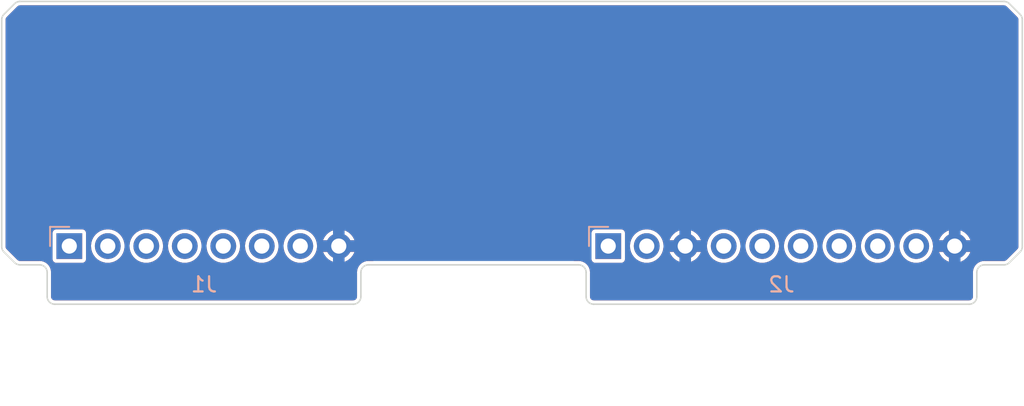
<source format=kicad_pcb>
(kicad_pcb (version 20211014) (generator pcbnew)
  (layers (0 "F.Cu" signal) (31 "B.Cu" signal) (34 "B.Paste" user) (35 "F.Paste" user) (36 "B.SilkS" user "B.Silkscreen") (37 "F.SilkS" user "F.Silkscreen") (38 "B.Mask" user) (39 "F.Mask" user) (44 "Edge.Cuts" user))
  (net 0 "")
  (net 1 "+5V")
  (net 2 "/PA7")
  (net 3 "/PA6")
  (net 4 "/PA4")
  (net 5 "/PB3")
  (net 6 "/PB2")
  (net 7 "/PC3")
  (net 8 "GND")
  (net 9 "+3.3V")
  (net 10 "/PA14")
  (net 11 "/PA13")
  (net 12 "/PB6")
  (net 13 "/PB7")
  (net 14 "/PC1")
  (net 15 "/PC0")
  (net 16 "/PB14")
  (footprint "flipper_headers:PinHeader_1x08_P2.54mm_Horizontal" (layer "B.Cu") (at 123.19 63.5 -90)
    (fp_text reference "J1" (at 2.54 -8.89) (layer "B.SilkS") (effects (justify mirror)))
    (fp_text value "8P")
    (fp_line (start -1.27 0) (end -1.27 1.27) (layer "B.SilkS") (width 0.12))
    (fp_line (start -1.27 1.27) (end 0 1.27) (layer "B.SilkS") (width 0.12))
    (pad "1" thru_hole rect (at 0 0 270) (size 1.7 1.7) (drill 1) (layers *.Cu *.Mask) (net 1 "+5V"))
    (pad "2" thru_hole oval (at 0 -2.54 270) (size 1.7 1.7) (drill 1) (layers *.Cu *.Mask) (net 2 "/PA7"))
    (pad "3" thru_hole oval (at 0 -5.08 270) (size 1.7 1.7) (drill 1) (layers *.Cu *.Mask) (net 3 "/PA6"))
    (pad "4" thru_hole oval (at 0 -7.62 270) (size 1.7 1.7) (drill 1) (layers *.Cu *.Mask) (net 4 "/PA4"))
    (pad "5" thru_hole oval (at 0 -10.16 270) (size 1.7 1.7) (drill 1) (layers *.Cu *.Mask) (net 5 "/PB3"))
    (pad "6" thru_hole oval (at 0 -12.7 270) (size 1.7 1.7) (drill 1) (layers *.Cu *.Mask) (net 6 "/PB2"))
    (pad "7" thru_hole oval (at 0 -15.24 270) (size 1.7 1.7) (drill 1) (layers *.Cu *.Mask) (net 7 "/PC3"))
    (pad "8" thru_hole oval (at 0 -17.78 270) (size 1.7 1.7) (drill 1) (layers *.Cu *.Mask) (net 8 "GND"))
  )
  (footprint "flipper_headers:PinHeader_1x10_P2.54mm_Horizontal" (layer "B.Cu") (at 158.75 63.5 -90)
    (fp_text reference "J2" (at 2.54 -11.43) (layer "B.SilkS") (effects (justify mirror)))
    (fp_text value "10P")
    (fp_line (start -1.27 1.27) (end 0 1.27) (layer "B.SilkS") (width 0.12))
    (fp_line (start -1.27 0) (end -1.27 1.27) (layer "B.SilkS") (width 0.12))
    (pad "1" thru_hole rect (at 0 0 270) (size 1.7 1.7) (drill 1) (layers *.Cu *.Mask) (net 9 "+3.3V"))
    (pad "2" thru_hole oval (at 0 -2.54 270) (size 1.7 1.7) (drill 1) (layers *.Cu *.Mask) (net 10 "/PA14"))
    (pad "3" thru_hole oval (at 0 -5.08 270) (size 1.7 1.7) (drill 1) (layers *.Cu *.Mask) (net 8 "GND"))
    (pad "4" thru_hole oval (at 0 -7.62 270) (size 1.7 1.7) (drill 1) (layers *.Cu *.Mask) (net 11 "/PA13"))
    (pad "5" thru_hole oval (at 0 -10.16 270) (size 1.7 1.7) (drill 1) (layers *.Cu *.Mask) (net 12 "/PB6"))
    (pad "6" thru_hole oval (at 0 -12.7 270) (size 1.7 1.7) (drill 1) (layers *.Cu *.Mask) (net 13 "/PB7"))
    (pad "7" thru_hole oval (at 0 -15.24 270) (size 1.7 1.7) (drill 1) (layers *.Cu *.Mask) (net 14 "/PC1"))
    (pad "8" thru_hole oval (at 0 -17.78 270) (size 1.7 1.7) (drill 1) (layers *.Cu *.Mask) (net 15 "/PC0"))
    (pad "9" thru_hole oval (at 0 -20.32 270) (size 1.7 1.7) (drill 1) (layers *.Cu *.Mask) (net 16 "/PB14"))
    (pad "10" thru_hole oval (at 0 -22.86 270) (size 1.7 1.7) (drill 1) (layers *.Cu *.Mask) (net 8 "GND"))
  )
  (gr_line (start 121.23 64.74) (end 119.937107 64.74) (layer "Edge.Cuts") (width 0.1))
  (gr_arc (start 119.583553 47.486447) (mid 119.745765 47.37806) (end 119.937107 47.34) (layer "Edge.Cuts") (width 0.1))
  (gr_line (start 185.216447 64.593553) (end 185.923553 63.886447) (layer "Edge.Cuts") (width 0.1))
  (gr_line (start 142.43 66.84) (end 142.43 65.24) (layer "Edge.Cuts") (width 0.1))
  (gr_arc (start 185.216447 64.593553) (mid 185.054235 64.701937) (end 184.862893 64.74) (layer "Edge.Cuts") (width 0.1))
  (gr_line (start 122.23 67.34) (end 141.93 67.34) (layer "Edge.Cuts") (width 0.1))
  (gr_arc (start 142.43 66.84) (mid 142.283553 67.193553) (end 141.93 67.34) (layer "Edge.Cuts") (width 0.1))
  (gr_arc (start 121.23 64.74) (mid 121.583553 64.886447) (end 121.73 65.24) (layer "Edge.Cuts") (width 0.1))
  (gr_line (start 157.29 65.24) (end 157.29 66.84) (layer "Edge.Cuts") (width 0.1))
  (gr_arc (start 122.23 67.34) (mid 121.876447 67.193553) (end 121.73 66.84) (layer "Edge.Cuts") (width 0.1))
  (gr_line (start 142.93 64.74) (end 156.79 64.74) (layer "Edge.Cuts") (width 0.1))
  (gr_arc (start 186.07 63.532893) (mid 186.031942 63.724237) (end 185.923553 63.886447) (layer "Edge.Cuts") (width 0.1))
  (gr_arc (start 183.07 66.84) (mid 182.923553 67.193553) (end 182.57 67.34) (layer "Edge.Cuts") (width 0.1))
  (gr_arc (start 119.937107 64.74) (mid 119.745765 64.70194) (end 119.583553 64.593553) (layer "Edge.Cuts") (width 0.1))
  (gr_arc (start 142.43 65.24) (mid 142.576447 64.886447) (end 142.93 64.74) (layer "Edge.Cuts") (width 0.1))
  (gr_line (start 157.79 67.34) (end 182.57 67.34) (layer "Edge.Cuts") (width 0.1))
  (gr_arc (start 157.79 67.34) (mid 157.436447 67.193553) (end 157.29 66.84) (layer "Edge.Cuts") (width 0.1))
  (gr_line (start 119.937107 47.34) (end 184.862893 47.34) (layer "Edge.Cuts") (width 0.1))
  (gr_line (start 183.07 66.84) (end 183.07 65.24) (layer "Edge.Cuts") (width 0.1))
  (gr_line (start 118.876447 63.886447) (end 119.583553 64.593553) (layer "Edge.Cuts") (width 0.1))
  (gr_arc (start 118.73 48.547107) (mid 118.76806 48.355765) (end 118.876447 48.193553) (layer "Edge.Cuts") (width 0.1))
  (gr_line (start 185.923553 48.193553) (end 185.216447 47.486447) (layer "Edge.Cuts") (width 0.1))
  (gr_line (start 118.876447 48.193553) (end 119.583553 47.486447) (layer "Edge.Cuts") (width 0.1))
  (gr_line (start 121.73 65.24) (end 121.73 66.84) (layer "Edge.Cuts") (width 0.1))
  (gr_line (start 183.57 64.74) (end 184.862893 64.74) (layer "Edge.Cuts") (width 0.1))
  (gr_arc (start 184.862893 47.34) (mid 185.054237 47.378058) (end 185.216447 47.486447) (layer "Edge.Cuts") (width 0.1))
  (gr_arc (start 185.923553 48.193553) (mid 186.031937 48.355765) (end 186.07 48.547107) (layer "Edge.Cuts") (width 0.1))
  (gr_arc (start 118.876447 63.886447) (mid 118.76806 63.724235) (end 118.73 63.532893) (layer "Edge.Cuts") (width 0.1))
  (gr_line (start 186.07 48.547107) (end 186.07 63.532893) (layer "Edge.Cuts") (width 0.1))
  (gr_arc (start 183.07 65.24) (mid 183.216447 64.886447) (end 183.57 64.74) (layer "Edge.Cuts") (width 0.1))
  (gr_arc (start 156.79 64.74) (mid 157.143553 64.886447) (end 157.29 65.24) (layer "Edge.Cuts") (width 0.1))
  (gr_line (start 118.73 63.532893) (end 118.73 48.547107) (layer "Edge.Cuts") (width 0.1))
  (gr_text "PERRYDEV 2023" (at 149.86 63.5) (layer "F.Cu") (effects (font (size 1.016 1.016) (thickness 0.254))))
  (zone (net 8) (net_name "GND") (layers F&B.Cu) (connect_pads (clearance 0.254)) (min_thickness 0.254) (fill yes (thermal_gap 0.254) (thermal_bridge_width 0.762))
    (polygon (pts (xy 186.182 67.437) (xy 118.618 67.437) (xy 118.618 47.244) (xy 186.182 47.244)))
  )
)
</source>
